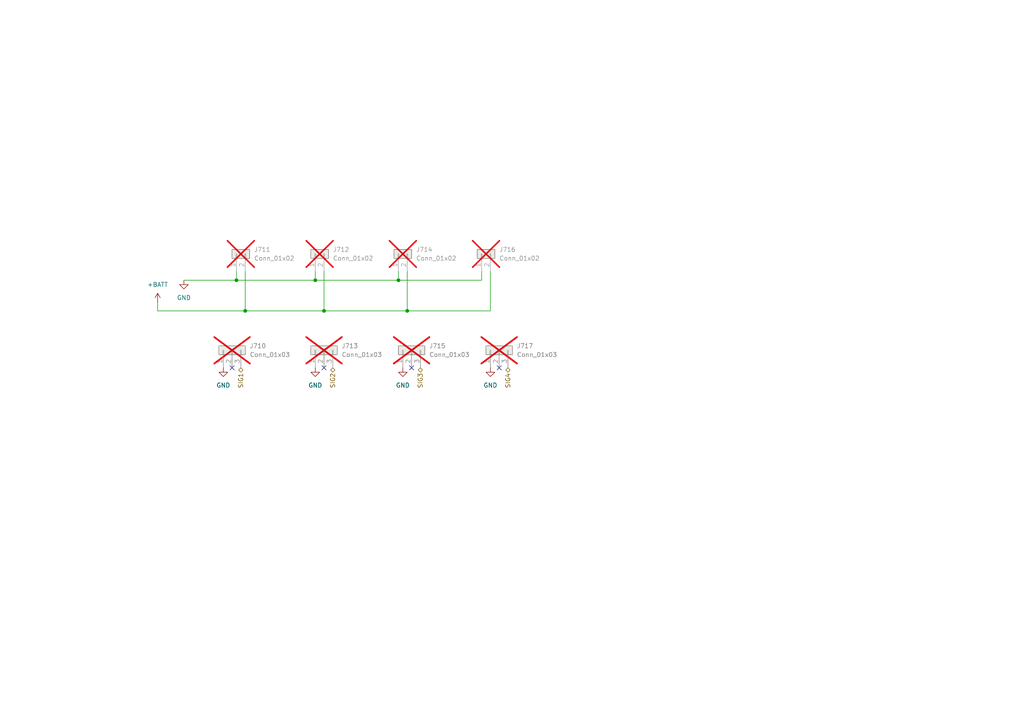
<source format=kicad_sch>
(kicad_sch (version 20250114) (generator "eeschema") (generator_version "9.0")
  (paper "A4")
  (lib_symbols
    (symbol "Connector_Generic:Conn_01x02" (pin_names (offset 1.016) (hide yes))
      (property "Reference" "J" (at 0 2.54 0))
      (property "Value" "Conn_01x02" (at 0 -5.08 0))
      (symbol "Conn_01x02_1_1"
        (rectangle (start -1.27 1.27) (end 1.27 -3.81) (stroke (width 0.254)) (fill (type background)))
        (rectangle (start -1.27 0.127) (end 0 -0.127) (stroke (width 0.1524)))
        (rectangle (start -1.27 -2.413) (end 0 -2.667) (stroke (width 0.1524)))
        (pin passive line (at -5.08 0 0) (length 3.81) (name "Pin_1") (number "1"))
        (pin passive line (at -5.08 -2.54 0) (length 3.81) (name "Pin_2") (number "2"))
      )
    )
    (symbol "Connector_Generic:Conn_01x03" (pin_names (offset 1.016) (hide yes))
      (property "Reference" "J" (at 0 5.08 0))
      (property "Value" "Conn_01x03" (at 0 -5.08 0))
      (symbol "Conn_01x03_1_1"
        (rectangle (start -1.27 3.81) (end 1.27 -3.81) (stroke (width 0.254)) (fill (type background)))
        (rectangle (start -1.27 2.667) (end 0 2.413) (stroke (width 0.1524)))
        (rectangle (start -1.27 0.127) (end 0 -0.127) (stroke (width 0.1524)))
        (rectangle (start -1.27 -2.413) (end 0 -2.667) (stroke (width 0.1524)))
        (pin passive line (at -5.08 2.54 0) (length 3.81) (name "Pin_1") (number "1"))
        (pin passive line (at -5.08 0 0) (length 3.81) (name "Pin_2") (number "2"))
        (pin passive line (at -5.08 -2.54 0) (length 3.81) (name "Pin_3") (number "3"))
      )
    )
    (symbol "power:+BATT" (power) (pin_numbers (hide yes)) (pin_names (offset 0) (hide yes))
      (property "Value" "+BATT" (at 0 3.556 0))
      (symbol "+BATT_0_1"
        (polyline (pts (xy -0.762 1.27) (xy 0 2.54)))
        (polyline (pts (xy 0 2.54) (xy 0.762 1.27)))
        (polyline (pts (xy 0 0) (xy 0 2.54)))
      )
      (symbol "+BATT_1_1"
        (pin power_in line (at 0 0 90) (length 0) (name "~") (number "1"))
      )
    )
    (symbol "power:GND" (power) (pin_numbers (hide yes)) (pin_names (offset 0) (hide yes))
      (property "Value" "GND" (at 0 -3.81 0))
      (symbol "GND_0_1"
        (polyline (pts (xy 0 0) (xy 0 -1.27) (xy 1.27 -1.27) (xy 0 -2.54) (xy -1.27 -1.27) (xy 0 -1.27)))
      )
      (symbol "GND_1_1"
        (pin power_in line (at 0 0 270) (length 0) (name "~") (number "1"))
      )
    )
  )
  (junction (at 71.12 90.17))
  (junction (at 115.57 81.28))
  (junction (at 68.58 81.28))
  (junction (at 91.44 81.28))
  (junction (at 118.11 90.17))
  (junction (at 93.98 90.17))
  (no_connect (at 144.78 106.68))
  (no_connect (at 93.98 106.68))
  (no_connect (at 119.38 106.68))
  (no_connect (at 67.31 106.68))
  (wire (pts (xy 91.44 81.28) (xy 68.58 81.28)))
  (wire (pts (xy 139.7 78.74) (xy 139.7 81.28)))
  (wire (pts (xy 139.7 81.28) (xy 115.57 81.28)))
  (wire (pts (xy 115.57 78.74) (xy 115.57 81.28)))
  (wire (pts (xy 93.98 78.74) (xy 93.98 90.17)))
  (wire (pts (xy 68.58 81.28) (xy 68.58 78.74)))
  (wire (pts (xy 142.24 78.74) (xy 142.24 90.17)))
  (wire (pts (xy 93.98 90.17) (xy 71.12 90.17)))
  (wire (pts (xy 71.12 90.17) (xy 71.12 78.74)))
  (wire (pts (xy 53.34 81.28) (xy 68.58 81.28)))
  (wire (pts (xy 115.57 81.28) (xy 91.44 81.28)))
  (wire (pts (xy 45.72 90.17) (xy 45.72 87.63)))
  (wire (pts (xy 118.11 90.17) (xy 93.98 90.17)))
  (wire (pts (xy 118.11 78.74) (xy 118.11 90.17)))
  (wire (pts (xy 45.72 90.17) (xy 71.12 90.17)))
  (wire (pts (xy 91.44 78.74) (xy 91.44 81.28)))
  (wire (pts (xy 142.24 90.17) (xy 118.11 90.17)))
  (hierarchical_label "SIG4" (shape bidirectional) (at 147.32 106.68 270))
  (hierarchical_label "SIG2" (shape bidirectional) (at 96.52 106.68 270))
  (hierarchical_label "SIG3" (shape bidirectional) (at 121.92 106.68 270))
  (hierarchical_label "SIG1" (shape bidirectional) (at 69.85 106.68 270))
  (symbol (lib_id "Connector_Generic:Conn_01x02") (at 91.44 73.66 90) (unit 1) (in_bom no) (dnp yes)
    (property "Reference" "J712" (at 96.52 72.3899 90) (effects (justify right)))
    (property "Value" "Conn_01x02" (at 96.52 74.9299 90) (effects (justify right)))
    (property "Footprint" "my_footprints:ESC_Power_Pad_01x02" (effects (hide yes)))
    (property "Description" "Generic connector, single row, 01x02, script generated (kicad-library-utils/schlib/autogen/connector/)" (effects (hide yes)))
  )
  (symbol (lib_id "power:GND") (at 142.24 106.68 0) (unit 1)
    (property "Reference" "#PWR0769" (effects (hide yes)))
    (property "Value" "GND" (at 142.24 111.76 0))
    (property "Description" "Power symbol creates a global label with name \"GND\" , ground" (effects (hide yes)))
  )
  (symbol (lib_id "Connector_Generic:Conn_01x02") (at 68.58 73.66 90) (unit 1) (in_bom no) (dnp yes)
    (property "Reference" "J711" (at 73.66 72.3899 90) (effects (justify right)))
    (property "Value" "Conn_01x02" (at 73.66 74.9299 90) (effects (justify right)))
    (property "Footprint" "my_footprints:ESC_Power_Pad_01x02" (effects (hide yes)))
    (property "Description" "Generic connector, single row, 01x02, script generated (kicad-library-utils/schlib/autogen/connector/)" (effects (hide yes)))
  )
  (symbol (lib_id "power:GND") (at 91.44 106.68 0) (unit 1)
    (property "Reference" "#PWR0767" (effects (hide yes)))
    (property "Value" "GND" (at 91.44 111.76 0))
    (property "Description" "Power symbol creates a global label with name \"GND\" , ground" (effects (hide yes)))
  )
  (symbol (lib_id "Connector_Generic:Conn_01x02") (at 115.57 73.66 90) (unit 1) (in_bom no) (dnp yes)
    (property "Reference" "J714" (at 120.65 72.3899 90) (effects (justify right)))
    (property "Value" "Conn_01x02" (at 120.65 74.9299 90) (effects (justify right)))
    (property "Footprint" "my_footprints:ESC_Power_Pad_01x02" (effects (hide yes)))
    (property "Description" "Generic connector, single row, 01x02, script generated (kicad-library-utils/schlib/autogen/connector/)" (effects (hide yes)))
  )
  (symbol (lib_id "power:GND") (at 116.84 106.68 0) (unit 1)
    (property "Reference" "#PWR0768" (effects (hide yes)))
    (property "Value" "GND" (at 116.84 111.76 0))
    (property "Description" "Power symbol creates a global label with name \"GND\" , ground" (effects (hide yes)))
  )
  (symbol (lib_id "Connector_Generic:Conn_01x03") (at 144.78 101.6 90) (unit 1) (in_bom no) (dnp yes)
    (property "Reference" "J717" (at 149.86 100.3299 90) (effects (justify right)))
    (property "Value" "Conn_01x03" (at 149.86 102.8699 90) (effects (justify right)))
    (property "Footprint" "Connector_PinHeader_2.54mm:PinHeader_1x03_P2.54mm_Horizontal" (effects (hide yes)))
    (property "Description" "Generic connector, single row, 01x03, script generated (kicad-library-utils/schlib/autogen/connector/)" (effects (hide yes)))
  )
  (symbol (lib_id "Connector_Generic:Conn_01x03") (at 67.31 101.6 90) (unit 1) (in_bom no) (dnp yes)
    (property "Reference" "J710" (at 72.39 100.3299 90) (effects (justify right)))
    (property "Value" "Conn_01x03" (at 72.39 102.8699 90) (effects (justify right)))
    (property "Footprint" "Connector_PinHeader_2.54mm:PinHeader_1x03_P2.54mm_Horizontal" (effects (hide yes)))
    (property "Description" "Generic connector, single row, 01x03, script generated (kicad-library-utils/schlib/autogen/connector/)" (effects (hide yes)))
  )
  (symbol (lib_id "Connector_Generic:Conn_01x03") (at 119.38 101.6 90) (unit 1) (in_bom no) (dnp yes)
    (property "Reference" "J715" (at 124.46 100.3299 90) (effects (justify right)))
    (property "Value" "Conn_01x03" (at 124.46 102.8699 90) (effects (justify right)))
    (property "Footprint" "Connector_PinHeader_2.54mm:PinHeader_1x03_P2.54mm_Horizontal" (effects (hide yes)))
    (property "Description" "Generic connector, single row, 01x03, script generated (kicad-library-utils/schlib/autogen/connector/)" (effects (hide yes)))
  )
  (symbol (lib_id "power:GND") (at 64.77 106.68 0) (unit 1)
    (property "Reference" "#PWR0766" (effects (hide yes)))
    (property "Value" "GND" (at 64.77 111.76 0))
    (property "Description" "Power symbol creates a global label with name \"GND\" , ground" (effects (hide yes)))
  )
  (symbol (lib_id "Connector_Generic:Conn_01x02") (at 139.7 73.66 90) (unit 1) (in_bom no) (dnp yes)
    (property "Reference" "J716" (at 144.78 72.3899 90) (effects (justify right)))
    (property "Value" "Conn_01x02" (at 144.78 74.9299 90) (effects (justify right)))
    (property "Footprint" "my_footprints:ESC_Power_Pad_01x02" (effects (hide yes)))
    (property "Description" "Generic connector, single row, 01x02, script generated (kicad-library-utils/schlib/autogen/connector/)" (effects (hide yes)))
  )
  (symbol (lib_id "Connector_Generic:Conn_01x03") (at 93.98 101.6 90) (unit 1) (in_bom no) (dnp yes)
    (property "Reference" "J713" (at 99.06 100.3299 90) (effects (justify right)))
    (property "Value" "Conn_01x03" (at 99.06 102.8699 90) (effects (justify right)))
    (property "Footprint" "Connector_PinHeader_2.54mm:PinHeader_1x03_P2.54mm_Horizontal" (effects (hide yes)))
    (property "Description" "Generic connector, single row, 01x03, script generated (kicad-library-utils/schlib/autogen/connector/)" (effects (hide yes)))
  )
  (symbol (lib_id "power:+BATT") (at 45.72 87.63 0) (unit 1)
    (property "Reference" "#PWR0764" (effects (hide yes)))
    (property "Value" "+BATT" (at 45.72 82.55 0))
    (property "Description" "Power symbol creates a global label with name \"+BATT\"" (effects (hide yes)))
  )
  (symbol (lib_id "power:GND") (at 53.34 81.28 0) (unit 1)
    (property "Reference" "#PWR0765" (effects (hide yes)))
    (property "Value" "GND" (at 53.34 86.36 0))
    (property "Description" "Power symbol creates a global label with name \"GND\" , ground" (effects (hide yes)))
  )
)
</source>
